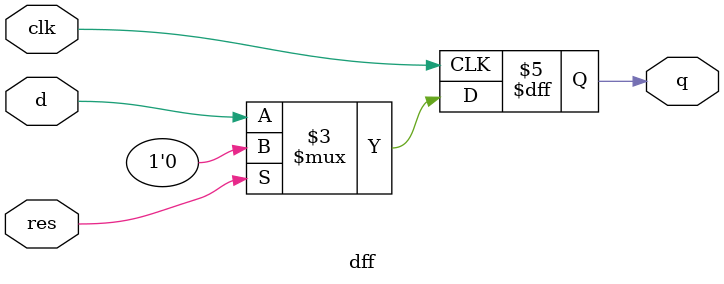
<source format=v>
module dff(d,res,clk,q);
  input d,res,clk;
  output reg q;
  always @ (posedge clk)begin
    if (res)
      q<=0;
    else
      q<=d;
  end 
endmodule

</source>
